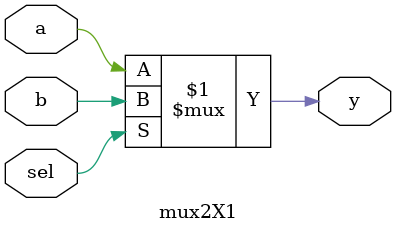
<source format=v>
module mux2X1(output y,input a,b,sel);
assign y = sel ? b : a;
endmodule

</source>
